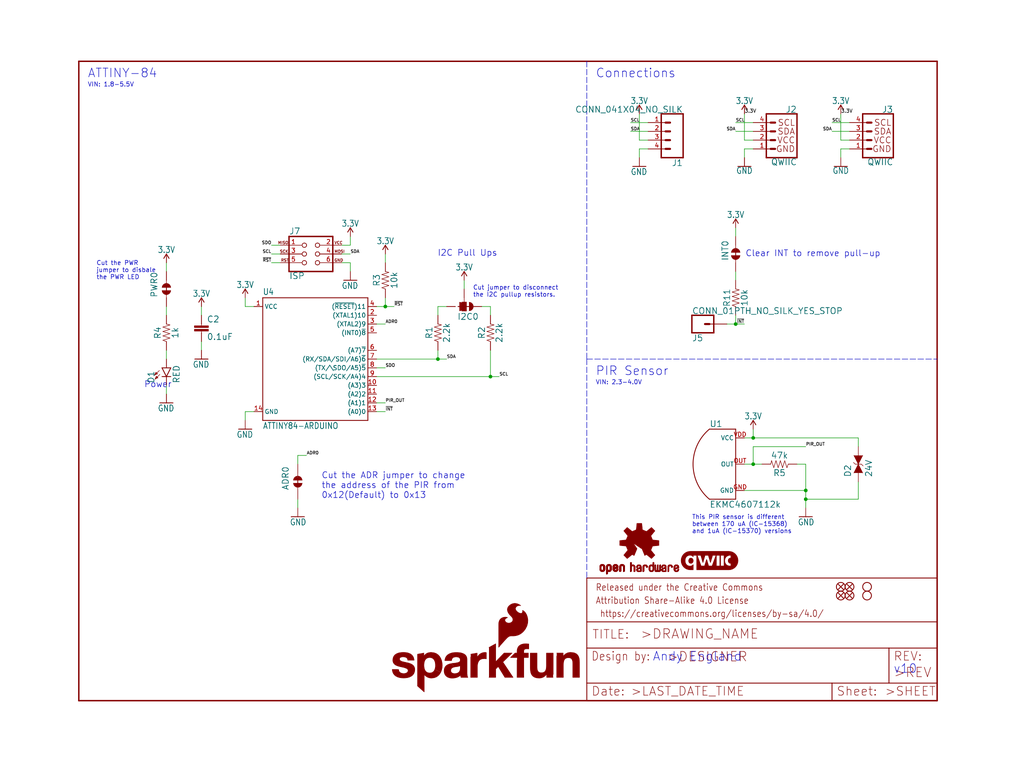
<source format=kicad_sch>
(kicad_sch (version 20211123) (generator eeschema)
  (paper "User" 297.002 223.926)
  (lib_symbols
    (symbol "schematicEagle-eagle-import:0.1UF-0603-25V-(+80{slash}-20%)"
      (property "Reference" "C" (at 1.524 2.921 0))
      (property "Value" "0.1UF-0603-25V-(+80{slash}-20%)" (at 1.524 -2.159 0))
      (symbol "0.1UF-0603-25V-(+80{slash}-20%)_1_0"
        (pin passive line (at 0 5.08 270) (length 2.54) (name "1") (number "1"))
        (pin passive line (at 0 -2.54 90) (length 2.54) (name "2") (number "2"))
      )
    )
    (symbol "schematicEagle-eagle-import:10KOHM-0603-1{slash}10W-1%"
      (property "Reference" "R" (at 0 1.524 0))
      (property "Value" "10KOHM-0603-1{slash}10W-1%" (at 0 -1.524 0))
      (symbol "10KOHM-0603-1{slash}10W-1%_1_0"
        (pin passive line (at -5.08 0 0) (length 2.54) (name "1") (number "1"))
        (pin passive line (at 5.08 0 180) (length 2.54) (name "2") (number "2"))
      )
    )
    (symbol "schematicEagle-eagle-import:1KOHM-0603-1{slash}10W-1%"
      (property "Reference" "R" (at 0 1.524 0))
      (property "Value" "1KOHM-0603-1{slash}10W-1%" (at 0 -1.524 0))
      (symbol "1KOHM-0603-1{slash}10W-1%_1_0"
        (pin passive line (at -5.08 0 0) (length 2.54) (name "1") (number "1"))
        (pin passive line (at 5.08 0 180) (length 2.54) (name "2") (number "2"))
      )
    )
    (symbol "schematicEagle-eagle-import:2.2KOHM-0603-1{slash}10W-1%"
      (property "Reference" "R" (at 0 1.524 0))
      (property "Value" "2.2KOHM-0603-1{slash}10W-1%" (at 0 -1.524 0))
      (symbol "2.2KOHM-0603-1{slash}10W-1%_1_0"
        (pin passive line (at -5.08 0 0) (length 2.54) (name "1") (number "1"))
        (pin passive line (at 5.08 0 180) (length 2.54) (name "2") (number "2"))
      )
    )
    (symbol "schematicEagle-eagle-import:3.3V" (power)
      (property "Value" "3.3V" (at 0 2.794 0))
      (symbol "3.3V_1_0"
        (pin power_in line (at 0 0 90) (length 2.54) (name "3.3V") (number "1"))
      )
    )
    (symbol "schematicEagle-eagle-import:47KOHM-0603-1{slash}10W-1%"
      (property "Reference" "R" (at 0 1.524 0))
      (property "Value" "47KOHM-0603-1{slash}10W-1%" (at 0 -1.524 0))
      (symbol "47KOHM-0603-1{slash}10W-1%_1_0"
        (pin passive line (at -5.08 0 0) (length 2.54) (name "1") (number "1"))
        (pin passive line (at 5.08 0 180) (length 2.54) (name "2") (number "2"))
      )
    )
    (symbol "schematicEagle-eagle-import:ATTINY84-ARDUINO"
      (property "Reference" "U" (at -15.24 18.542 0))
      (property "Value" "ATTINY84-ARDUINO" (at -15.24 -20.32 0))
      (symbol "ATTINY84-ARDUINO_1_0"
        (pin bidirectional line (at -17.78 15.24 0) (length 2.54) (name "VCC") (number "1"))
        (pin bidirectional line (at 17.78 -7.62 180) (length 2.54) (name "(A3)3") (number "10"))
        (pin bidirectional line (at 17.78 -10.16 180) (length 2.54) (name "(A2)2") (number "11"))
        (pin bidirectional line (at 17.78 -12.7 180) (length 2.54) (name "(A1)1") (number "12"))
        (pin bidirectional line (at 17.78 -15.24 180) (length 2.54) (name "(A0)0") (number "13"))
        (pin bidirectional line (at -17.78 -15.24 0) (length 2.54) (name "GND") (number "14"))
        (pin bidirectional line (at 17.78 12.7 180) (length 2.54) (name "(XTAL1)10") (number "2"))
        (pin bidirectional line (at 17.78 10.16 180) (length 2.54) (name "(XTAL2)9") (number "3"))
        (pin bidirectional line (at 17.78 15.24 180) (length 2.54) (name "(~{RESET})11") (number "4"))
        (pin bidirectional line (at 17.78 7.62 180) (length 2.54) (name "(INT0)~{8}") (number "5"))
        (pin bidirectional line (at 17.78 2.54 180) (length 2.54) (name "(A7)~{7}") (number "6"))
        (pin bidirectional line (at 17.78 0 180) (length 2.54) (name "(RX/SDA/SDI/A6)~{6}") (number "7"))
        (pin bidirectional line (at 17.78 -2.54 180) (length 2.54) (name "(TX/\\SDO/A5)~{5}") (number "8"))
        (pin bidirectional line (at 17.78 -5.08 180) (length 2.54) (name "(SCL/SCK/A4)4") (number "9"))
      )
    )
    (symbol "schematicEagle-eagle-import:AVR_SPI_PROG_3X2TESTPOINTS"
      (property "Reference" "J" (at -5.08 5.588 0))
      (property "Value" "AVR_SPI_PROG_3X2TESTPOINTS" (at -5.08 -7.366 0))
      (symbol "AVR_SPI_PROG_3X2TESTPOINTS_1_0"
        (text "GND" (at 8.001 -2.286 0) (effects (font (size 0.8128 0.8128)) (justify left bottom)))
        (text "MISO" (at -5.207 2.794 0) (effects (font (size 0.8128 0.8128)) (justify right bottom)))
        (text "MOSI" (at 8.001 0.254 0) (effects (font (size 0.8128 0.8128)) (justify left bottom)))
        (text "RST" (at -5.08 -2.286 0) (effects (font (size 0.8128 0.8128)) (justify right bottom)))
        (text "SCK" (at -5.207 0.254 0) (effects (font (size 0.8128 0.8128)) (justify right bottom)))
        (text "VCC" (at 8.001 2.794 0) (effects (font (size 0.8128 0.8128)) (justify left bottom)))
        (pin passive inverted (at -7.62 2.54 0) (length 7.62) (name "1") (number "1"))
        (pin passive inverted (at 10.16 2.54 180) (length 7.62) (name "2") (number "2"))
        (pin passive inverted (at -7.62 0 0) (length 7.62) (name "3") (number "3"))
        (pin passive inverted (at 10.16 0 180) (length 7.62) (name "4") (number "4"))
        (pin passive inverted (at -7.62 -2.54 0) (length 7.62) (name "5") (number "5"))
        (pin passive inverted (at 10.16 -2.54 180) (length 7.62) (name "6") (number "6"))
      )
    )
    (symbol "schematicEagle-eagle-import:CONN_01PTH_NO_SILK_YES_STOP"
      (property "Reference" "J" (at -2.54 3.048 0))
      (property "Value" "CONN_01PTH_NO_SILK_YES_STOP" (at -2.54 -4.826 0))
      (symbol "CONN_01PTH_NO_SILK_YES_STOP_1_0"
        (pin passive line (at 7.62 0 180) (length 5.08) (name "1") (number "1"))
      )
    )
    (symbol "schematicEagle-eagle-import:CONN_041X04_NO_SILK"
      (property "Reference" "J" (at -5.08 8.128 0))
      (property "Value" "CONN_041X04_NO_SILK" (at -5.08 -7.366 0))
      (symbol "CONN_041X04_NO_SILK_1_0"
        (pin passive line (at 5.08 -2.54 180) (length 5.08) (name "1") (number "1"))
        (pin passive line (at 5.08 0 180) (length 5.08) (name "2") (number "2"))
        (pin passive line (at 5.08 2.54 180) (length 5.08) (name "3") (number "3"))
        (pin passive line (at 5.08 5.08 180) (length 5.08) (name "4") (number "4"))
      )
    )
    (symbol "schematicEagle-eagle-import:DIODE_TVS"
      (property "Reference" "D" (at -3.81 2.032 0))
      (property "Value" "DIODE_TVS" (at -3.81 -2.032 0))
      (symbol "DIODE_TVS_1_0"
        (pin passive line (at -5.08 0 0) (length 0) (name "A") (number "1"))
        (pin passive line (at 5.08 0 180) (length 0) (name "C") (number "2"))
      )
    )
    (symbol "schematicEagle-eagle-import:FIDUCIALUFIDUCIAL")
    (symbol "schematicEagle-eagle-import:FRAME-LETTER"
      (symbol "FRAME-LETTER_2_0"
        (text " https://creativecommons.org/licenses/by-sa/4.0/" (at 2.54 24.13 0) (effects (font (size 1.9304 1.6408)) (justify left bottom)))
        (text ">DESIGNER" (at 23.114 11.176 0) (effects (font (size 2.7432 2.7432)) (justify left bottom)))
        (text ">DRAWING_NAME" (at 15.494 17.78 0) (effects (font (size 2.7432 2.7432)) (justify left bottom)))
        (text ">LAST_DATE_TIME" (at 12.7 1.27 0) (effects (font (size 2.54 2.54)) (justify left bottom)))
        (text ">REV" (at 88.9 6.604 0) (effects (font (size 2.7432 2.7432)) (justify left bottom)))
        (text ">SHEET" (at 86.36 1.27 0) (effects (font (size 2.54 2.54)) (justify left bottom)))
        (text "Attribution Share-Alike 4.0 License" (at 2.54 27.94 0) (effects (font (size 1.9304 1.6408)) (justify left bottom)))
        (text "Date:" (at 1.27 1.27 0) (effects (font (size 2.54 2.54)) (justify left bottom)))
        (text "Design by:" (at 1.27 11.43 0) (effects (font (size 2.54 2.159)) (justify left bottom)))
        (text "Released under the Creative Commons" (at 2.54 31.75 0) (effects (font (size 1.9304 1.6408)) (justify left bottom)))
        (text "REV:" (at 88.9 11.43 0) (effects (font (size 2.54 2.54)) (justify left bottom)))
        (text "Sheet:" (at 72.39 1.27 0) (effects (font (size 2.54 2.54)) (justify left bottom)))
        (text "TITLE:" (at 1.524 17.78 0) (effects (font (size 2.54 2.54)) (justify left bottom)))
      )
    )
    (symbol "schematicEagle-eagle-import:GND" (power)
      (property "Value" "GND" (at -2.54 -2.54 0))
      (symbol "GND_1_0"
        (pin power_in line (at 0 2.54 270) (length 2.54) (name "GND") (number "1"))
      )
    )
    (symbol "schematicEagle-eagle-import:JUMPER-SMT_2_NC_TRACE_SILK"
      (property "Reference" "JP" (at -2.54 2.54 0))
      (property "Value" "JUMPER-SMT_2_NC_TRACE_SILK" (at -2.54 -2.54 0))
      (symbol "JUMPER-SMT_2_NC_TRACE_SILK_1_0"
        (pin passive line (at -5.08 0 0) (length 2.54) (name "1") (number "1"))
        (pin passive line (at 5.08 0 180) (length 2.54) (name "2") (number "2"))
      )
    )
    (symbol "schematicEagle-eagle-import:JUMPER-SMT_3_2-NC_TRACE_SILK"
      (property "Reference" "JP" (at 2.54 0.381 0))
      (property "Value" "JUMPER-SMT_3_2-NC_TRACE_SILK" (at 2.54 -0.381 0))
      (symbol "JUMPER-SMT_3_2-NC_TRACE_SILK_1_0"
        (pin passive line (at 0 5.08 270) (length 2.54) (name "1") (number "1"))
        (pin passive line (at -5.08 0 0) (length 2.54) (name "2") (number "2"))
        (pin passive line (at 0 -5.08 90) (length 2.54) (name "3") (number "3"))
      )
    )
    (symbol "schematicEagle-eagle-import:LED-RED0603"
      (property "Reference" "D" (at -3.429 -4.572 90))
      (property "Value" "LED-RED0603" (at 1.905 -4.572 90))
      (symbol "LED-RED0603_1_0"
        (pin passive line (at 0 2.54 270) (length 2.54) (name "A") (number "A"))
        (pin passive line (at 0 -5.08 90) (length 2.54) (name "C") (number "C"))
      )
    )
    (symbol "schematicEagle-eagle-import:OSHW-LOGOMINI")
    (symbol "schematicEagle-eagle-import:PIR_EKM4607112K"
      (property "Reference" "U" (at -2.54 10.668 0))
      (property "Value" "PIR_EKM4607112K" (at -2.54 -12.7 0))
      (symbol "PIR_EKM4607112K_1_0"
        (pin bidirectional line (at 7.62 -7.62 180) (length 2.54) (name "GND") (number "GND"))
        (pin bidirectional line (at 7.62 0 180) (length 2.54) (name "OUT") (number "OUT"))
        (pin bidirectional line (at 7.62 7.62 180) (length 2.54) (name "VCC") (number "VDD"))
      )
    )
    (symbol "schematicEagle-eagle-import:QWIIC_CONNECTORJS-1MM"
      (property "Reference" "J" (at -5.08 7.874 0))
      (property "Value" "QWIIC_CONNECTORJS-1MM" (at -5.08 -5.334 0))
      (symbol "QWIIC_CONNECTORJS-1MM_1_0"
        (text "GND" (at -4.572 -2.54 0) (effects (font (size 1.778 1.778)) (justify left)))
        (text "SCL" (at -4.572 5.08 0) (effects (font (size 1.778 1.778)) (justify left)))
        (text "SDA" (at -4.572 2.54 0) (effects (font (size 1.778 1.778)) (justify left)))
        (text "VCC" (at -4.572 0 0) (effects (font (size 1.778 1.778)) (justify left)))
        (pin power_in line (at 7.62 -2.54 180) (length 5.08) (name "1") (number "1"))
        (pin power_in line (at 7.62 0 180) (length 5.08) (name "2") (number "2"))
        (pin passive line (at 7.62 2.54 180) (length 5.08) (name "3") (number "3"))
        (pin passive line (at 7.62 5.08 180) (length 5.08) (name "4") (number "4"))
      )
    )
    (symbol "schematicEagle-eagle-import:QWIIC_LOGO_5MM")
    (symbol "schematicEagle-eagle-import:SFE_LOGO_FLAME.1_INCH")
    (symbol "schematicEagle-eagle-import:SFE_LOGO_NAME.1_INCH")
    (symbol "schematicEagle-eagle-import:STAND-OFF")
    (symbol "schematicEagle-eagle-import:VCC" (power)
      (property "Value" "VCC" (at 0 2.794 0))
      (symbol "VCC_1_0"
        (pin power_in line (at 0 0 90) (length 2.54) (name "VCC") (number "1"))
      )
    )
  )
  (junction (at 233.68 142.24))
  (junction (at 218.44 134.62))
  (junction (at 127 104.14))
  (junction (at 218.44 127))
  (junction (at 233.68 144.78))
  (junction (at 111.76 88.9))
  (junction (at 213.36 93.98))
  (junction (at 142.24 109.22))
  (wire (pts (xy 81.28 73.66) (xy 78.74 73.66)))
  (wire (pts (xy 218.44 127) (xy 218.44 124.46)))
  (wire (pts (xy 109.22 116.84) (xy 111.76 116.84)))
  (wire (pts (xy 101.6 76.2) (xy 101.6 78.74)))
  (wire (pts (xy 109.22 119.38) (xy 111.76 119.38)))
  (wire (pts (xy 233.68 144.78) (xy 233.68 147.32)))
  (wire (pts (xy 111.76 76.2) (xy 111.76 73.66)))
  (wire (pts (xy 218.44 134.62) (xy 218.44 129.54)))
  (wire (pts (xy 218.44 35.56) (xy 213.36 35.56)))
  (wire (pts (xy 215.9 142.24) (xy 233.68 142.24)))
  (wire (pts (xy 142.24 88.9) (xy 142.24 91.44)))
  (polyline (pts (xy 170.18 104.14) (xy 170.18 167.64)))
  (wire (pts (xy 139.7 88.9) (xy 142.24 88.9)))
  (wire (pts (xy 243.84 40.64) (xy 246.38 40.64)))
  (wire (pts (xy 142.24 101.6) (xy 142.24 109.22)))
  (wire (pts (xy 86.36 132.08) (xy 88.9 132.08)))
  (wire (pts (xy 218.44 134.62) (xy 215.9 134.62)))
  (wire (pts (xy 213.36 91.44) (xy 213.36 93.98)))
  (wire (pts (xy 81.28 71.12) (xy 78.74 71.12)))
  (wire (pts (xy 246.38 43.18) (xy 243.84 43.18)))
  (wire (pts (xy 73.66 119.38) (xy 71.12 119.38)))
  (wire (pts (xy 218.44 129.54) (xy 233.68 129.54)))
  (wire (pts (xy 185.42 45.72) (xy 185.42 43.18)))
  (wire (pts (xy 218.44 127) (xy 248.92 127)))
  (wire (pts (xy 215.9 33.02) (xy 215.9 40.64)))
  (wire (pts (xy 48.26 76.2) (xy 48.26 78.74)))
  (wire (pts (xy 134.62 83.82) (xy 134.62 81.28)))
  (wire (pts (xy 215.9 40.64) (xy 218.44 40.64)))
  (wire (pts (xy 127 101.6) (xy 127 104.14)))
  (wire (pts (xy 218.44 38.1) (xy 213.36 38.1)))
  (polyline (pts (xy 170.18 17.78) (xy 170.18 104.14)))
  (wire (pts (xy 248.92 127) (xy 248.92 129.54)))
  (wire (pts (xy 187.96 38.1) (xy 182.88 38.1)))
  (wire (pts (xy 71.12 88.9) (xy 71.12 86.36)))
  (wire (pts (xy 213.36 78.74) (xy 213.36 81.28)))
  (wire (pts (xy 109.22 93.98) (xy 111.76 93.98)))
  (wire (pts (xy 215.9 43.18) (xy 215.9 45.72)))
  (wire (pts (xy 185.42 33.02) (xy 185.42 40.64)))
  (wire (pts (xy 109.22 104.14) (xy 127 104.14)))
  (wire (pts (xy 210.82 93.98) (xy 213.36 93.98)))
  (wire (pts (xy 243.84 43.18) (xy 243.84 45.72)))
  (wire (pts (xy 248.92 139.7) (xy 248.92 144.78)))
  (wire (pts (xy 109.22 109.22) (xy 142.24 109.22)))
  (wire (pts (xy 99.06 71.12) (xy 101.6 71.12)))
  (wire (pts (xy 71.12 119.38) (xy 71.12 121.92)))
  (wire (pts (xy 58.42 91.44) (xy 58.42 88.9)))
  (wire (pts (xy 187.96 43.18) (xy 185.42 43.18)))
  (wire (pts (xy 187.96 35.56) (xy 182.88 35.56)))
  (wire (pts (xy 86.36 144.78) (xy 86.36 147.32)))
  (wire (pts (xy 246.38 38.1) (xy 241.3 38.1)))
  (wire (pts (xy 213.36 66.04) (xy 213.36 68.58)))
  (wire (pts (xy 48.26 91.44) (xy 48.26 88.9)))
  (wire (pts (xy 73.66 88.9) (xy 71.12 88.9)))
  (wire (pts (xy 48.26 104.14) (xy 48.26 101.6)))
  (wire (pts (xy 99.06 73.66) (xy 101.6 73.66)))
  (wire (pts (xy 142.24 109.22) (xy 144.78 109.22)))
  (wire (pts (xy 111.76 88.9) (xy 111.76 86.36)))
  (wire (pts (xy 127 88.9) (xy 127 91.44)))
  (wire (pts (xy 215.9 127) (xy 218.44 127)))
  (wire (pts (xy 58.42 99.06) (xy 58.42 101.6)))
  (wire (pts (xy 233.68 134.62) (xy 231.14 134.62)))
  (wire (pts (xy 81.28 76.2) (xy 78.74 76.2)))
  (wire (pts (xy 86.36 134.62) (xy 86.36 132.08)))
  (wire (pts (xy 218.44 43.18) (xy 215.9 43.18)))
  (wire (pts (xy 129.54 88.9) (xy 127 88.9)))
  (wire (pts (xy 233.68 142.24) (xy 233.68 144.78)))
  (wire (pts (xy 99.06 76.2) (xy 101.6 76.2)))
  (polyline (pts (xy 170.18 104.14) (xy 271.78 104.14)))
  (wire (pts (xy 248.92 144.78) (xy 233.68 144.78)))
  (wire (pts (xy 109.22 106.68) (xy 111.76 106.68)))
  (wire (pts (xy 48.26 114.3) (xy 48.26 111.76)))
  (wire (pts (xy 127 104.14) (xy 129.54 104.14)))
  (wire (pts (xy 111.76 88.9) (xy 114.3 88.9)))
  (wire (pts (xy 220.98 134.62) (xy 218.44 134.62)))
  (wire (pts (xy 233.68 142.24) (xy 233.68 134.62)))
  (wire (pts (xy 246.38 35.56) (xy 241.3 35.56)))
  (wire (pts (xy 243.84 33.02) (xy 243.84 40.64)))
  (wire (pts (xy 109.22 88.9) (xy 111.76 88.9)))
  (wire (pts (xy 101.6 68.58) (xy 101.6 71.12)))
  (wire (pts (xy 187.96 40.64) (xy 185.42 40.64)))
  (wire (pts (xy 213.36 93.98) (xy 215.9 93.98)))
  (text "Clear INT to remove pull-up" (at 216.154 74.676 180) (effects (font (size 1.778 1.778)) (justify left bottom)))
  (text "VIN: 2.3-4.0V" (at 172.72 111.76 180) (effects (font (size 1.27 1.27)) (justify left bottom)))
  (text "v10" (at 259.08 195.58 180) (effects (font (size 2.54 2.54)) (justify left bottom)))
  (text "ATTINY-84" (at 25.4 22.86 180) (effects (font (size 2.54 2.54)) (justify left bottom)))
  (text "VIN: 1.8-5.5V" (at 25.4 25.4 180) (effects (font (size 1.27 1.27)) (justify left bottom)))
  (text "Andy England" (at 189.23 192.024 180) (effects (font (size 2.54 2.54)) (justify left bottom)))
  (text "Connections" (at 172.72 22.86 180) (effects (font (size 2.54 2.54)) (justify left bottom)))
  (text "PIR Sensor" (at 172.72 109.22 180) (effects (font (size 2.54 2.54)) (justify left bottom)))
  (text "Cut jumper to disconnect\nthe I2C pullup resistors." (at 137.16 86.36 0) (effects (font (size 1.27 1.27)) (justify left bottom)))
  (text "Cut the ADR jumper to change\nthe address of the PIR from\n0x12(Default) to 0x13" (at 93.218 144.78 0) (effects (font (size 1.778 1.778)) (justify left bottom)))
  (text "Cut the PWR\njumper to disbale\nthe PWR LED" (at 27.94 81.28 180) (effects (font (size 1.27 1.27)) (justify left bottom)))
  (text "Power" (at 41.783 112.649 180) (effects (font (size 1.778 1.778)) (justify left bottom)))
  (text "This PIR sensor is different\nbetween 170 uA (IC-15368)\nand 1uA (IC-15370) versions" (at 200.66 154.94 0) (effects (font (size 1.27 1.27)) (justify left bottom)))
  (text "I2C Pull Ups" (at 126.873 74.549 180) (effects (font (size 1.778 1.778)) (justify left bottom)))
  (label "PIR_OUT" (at 111.76 116.84 0) (effects (font (size 0.889 0.889))))
  (label "SCL" (at 213.36 35.56 0) (effects (font (size 0.889 0.889))))
  (label "SCL" (at 241.3 35.56 0) (effects (font (size 0.889 0.889))))
  (label "SCL" (at 78.74 73.66 180) (effects (font (size 0.889 0.889))))
  (label "3.3V" (at 215.9 33.02 0) (effects (font (size 1.016 1.016))))
  (label "SCL" (at 182.88 35.56 0) (effects (font (size 0.889 0.889))))
  (label "~{RST}" (at 114.3 88.9 0) (effects (font (size 0.889 0.889))))
  (label "ADR0" (at 88.9 132.08 0) (effects (font (size 0.889 0.889))))
  (label "SDO" (at 111.76 106.68 0) (effects (font (size 0.889 0.889))))
  (label "~{RST}" (at 78.74 76.2 180) (effects (font (size 0.889 0.889))))
  (label "3.3V" (at 243.84 33.02 0) (effects (font (size 1.016 1.016))))
  (label "SDA" (at 129.54 104.14 0) (effects (font (size 0.889 0.889))))
  (label "SDA" (at 101.6 73.66 0) (effects (font (size 0.889 0.889))))
  (label "SDA" (at 213.36 38.1 180) (effects (font (size 0.889 0.889))))
  (label "SDO" (at 78.74 71.12 180) (effects (font (size 0.889 0.889))))
  (label "PIR_OUT" (at 233.68 129.54 0) (effects (font (size 0.889 0.889))))
  (label "~{INT}" (at 111.76 119.38 0) (effects (font (size 0.889 0.889))))
  (label "~{INT}" (at 215.9 93.98 180) (effects (font (size 0.889 0.889))))
  (label "SDA" (at 241.3 38.1 180) (effects (font (size 0.889 0.889))))
  (label "SDA" (at 182.88 38.1 0) (effects (font (size 0.889 0.889))))
  (label "ADR0" (at 111.76 93.98 0) (effects (font (size 0.889 0.889))))
  (label "SCL" (at 144.78 109.22 0) (effects (font (size 0.889 0.889))))
  (symbol (lib_id "schematicEagle-eagle-import:SFE_LOGO_NAME.1_INCH") (at 111.76 200.66 0) (unit 1)
    (property "Reference" "LOGO3" (effects hide))
    (property "Value" "SFE_LOGO_NAME.1_INCH" (effects hide))
    (property "Footprint" "schematicEagle:SFE_LOGO_NAME_.1" (effects hide))
  )
  (symbol (lib_id "schematicEagle-eagle-import:3.3V") (at 218.44 124.46 0) (unit 1)
    (property "Reference" "#SUPPLY1" (effects hide))
    (property "Value" "3.3V" (at 218.44 121.666 0) (effects (font (size 1.778 1.5113)) (justify bottom)))
    (property "Footprint" "schematicEagle:" (effects hide))
  )
  (symbol (lib_id "schematicEagle-eagle-import:FRAME-LETTER") (at 22.86 203.2 0) (unit 1)
    (property "Reference" "FRAME1" (effects hide))
    (property "Value" "FRAME-LETTER" (effects hide))
    (property "Footprint" "schematicEagle:CREATIVE_COMMONS" (effects hide))
  )
  (symbol (lib_id "schematicEagle-eagle-import:GND") (at 71.12 124.46 0) (unit 1)
    (property "Reference" "#GND13" (effects hide))
    (property "Value" "GND" (at 68.58 127 0) (effects (font (size 1.778 1.5113)) (justify left bottom)))
    (property "Footprint" "schematicEagle:" (effects hide))
  )
  (symbol (lib_id "schematicEagle-eagle-import:DIODE_TVS") (at 248.92 134.62 90) (unit 1)
    (property "Reference" "D2" (at 246.888 138.43 0) (effects (font (size 1.778 1.778)) (justify left bottom)))
    (property "Value" "24V" (at 250.952 138.43 0) (effects (font (size 1.778 1.778)) (justify left top)))
    (property "Footprint" "schematicEagle:0603" (effects hide))
  )
  (symbol (lib_id "schematicEagle-eagle-import:3.3V") (at 71.12 86.36 0) (unit 1)
    (property "Reference" "#SUPPLY17" (effects hide))
    (property "Value" "3.3V" (at 71.12 83.566 0) (effects (font (size 1.778 1.5113)) (justify bottom)))
    (property "Footprint" "schematicEagle:" (effects hide))
  )
  (symbol (lib_id "schematicEagle-eagle-import:QWIIC_LOGO_5MM") (at 205.74 162.56 0) (unit 1)
    (property "Reference" "LOGO2" (effects hide))
    (property "Value" "QWIIC_LOGO_5MM" (effects hide))
    (property "Footprint" "schematicEagle:QWIIC_5MM" (effects hide))
  )
  (symbol (lib_id "schematicEagle-eagle-import:JUMPER-SMT_2_NC_TRACE_SILK") (at 48.26 83.82 90) (unit 1)
    (property "Reference" "PWR0" (at 45.72 86.36 0) (effects (font (size 1.778 1.778)) (justify left bottom)))
    (property "Value" "JUMPER-SMT_2_NC_TRACE_SILK" (effects hide))
    (property "Footprint" "schematicEagle:SMT-JUMPER_2_NC_TRACE_SILK" (effects hide))
  )
  (symbol (lib_id "schematicEagle-eagle-import:3.3V") (at 213.36 66.04 0) (unit 1)
    (property "Reference" "#SUPPLY5" (effects hide))
    (property "Value" "3.3V" (at 213.36 63.246 0) (effects (font (size 1.778 1.5113)) (justify bottom)))
    (property "Footprint" "schematicEagle:" (effects hide))
  )
  (symbol (lib_id "schematicEagle-eagle-import:OSHW-LOGOMINI") (at 185.42 157.48 0) (unit 1)
    (property "Reference" "LOGO1" (effects hide))
    (property "Value" "OSHW-LOGOMINI" (effects hide))
    (property "Footprint" "schematicEagle:OSHW-LOGO-MINI" (effects hide))
  )
  (symbol (lib_id "schematicEagle-eagle-import:AVR_SPI_PROG_3X2TESTPOINTS") (at 88.9 73.66 0) (unit 1)
    (property "Reference" "J7" (at 83.82 68.072 0) (effects (font (size 1.778 1.778)) (justify left bottom)))
    (property "Value" "ISP" (at 83.82 81.026 0) (effects (font (size 1.778 1.778)) (justify left bottom)))
    (property "Footprint" "schematicEagle:2X3_TEST_POINTS" (effects hide))
  )
  (symbol (lib_id "schematicEagle-eagle-import:10KOHM-0603-1{slash}10W-1%") (at 111.76 81.28 90) (unit 1)
    (property "Reference" "R3" (at 110.236 81.28 0) (effects (font (size 1.778 1.778)) (justify bottom)))
    (property "Value" "10k" (at 113.284 81.28 0) (effects (font (size 1.778 1.778)) (justify top)))
    (property "Footprint" "schematicEagle:0603" (effects hide))
  )
  (symbol (lib_id "schematicEagle-eagle-import:GND") (at 86.36 149.86 0) (mirror y) (unit 1)
    (property "Reference" "#GND12" (effects hide))
    (property "Value" "GND" (at 88.9 152.4 0) (effects (font (size 1.778 1.5113)) (justify left bottom)))
    (property "Footprint" "schematicEagle:" (effects hide))
  )
  (symbol (lib_id "schematicEagle-eagle-import:3.3V") (at 58.42 88.9 0) (unit 1)
    (property "Reference" "#SUPPLY2" (effects hide))
    (property "Value" "3.3V" (at 58.42 86.106 0) (effects (font (size 1.778 1.5113)) (justify bottom)))
    (property "Footprint" "schematicEagle:" (effects hide))
  )
  (symbol (lib_id "schematicEagle-eagle-import:FRAME-LETTER") (at 170.18 203.2 0) (unit 2)
    (property "Reference" "FRAME1" (effects hide))
    (property "Value" "FRAME-LETTER" (effects hide))
    (property "Footprint" "schematicEagle:CREATIVE_COMMONS" (effects hide))
  )
  (symbol (lib_id "schematicEagle-eagle-import:3.3V") (at 134.62 81.28 0) (unit 1)
    (property "Reference" "#SUPPLY15" (effects hide))
    (property "Value" "3.3V" (at 134.62 78.486 0) (effects (font (size 1.778 1.5113)) (justify bottom)))
    (property "Footprint" "schematicEagle:" (effects hide))
  )
  (symbol (lib_id "schematicEagle-eagle-import:2.2KOHM-0603-1{slash}10W-1%") (at 127 96.52 90) (unit 1)
    (property "Reference" "R1" (at 125.476 96.52 0) (effects (font (size 1.778 1.778)) (justify bottom)))
    (property "Value" "2.2k" (at 128.524 96.52 0) (effects (font (size 1.778 1.778)) (justify top)))
    (property "Footprint" "schematicEagle:0603" (effects hide))
  )
  (symbol (lib_id "schematicEagle-eagle-import:47KOHM-0603-1{slash}10W-1%") (at 226.06 134.62 180) (unit 1)
    (property "Reference" "R5" (at 226.06 136.144 0) (effects (font (size 1.778 1.778)) (justify bottom)))
    (property "Value" "47k" (at 226.06 133.096 0) (effects (font (size 1.778 1.778)) (justify top)))
    (property "Footprint" "schematicEagle:0603" (effects hide))
  )
  (symbol (lib_id "schematicEagle-eagle-import:GND") (at 215.9 48.26 0) (unit 1)
    (property "Reference" "#GND4" (effects hide))
    (property "Value" "GND" (at 215.9 48.514 0) (effects (font (size 1.778 1.5113)) (justify top)))
    (property "Footprint" "schematicEagle:" (effects hide))
  )
  (symbol (lib_id "schematicEagle-eagle-import:QWIIC_CONNECTORJS-1MM") (at 254 40.64 0) (mirror y) (unit 1)
    (property "Reference" "J3" (at 259.08 32.766 0) (effects (font (size 1.778 1.778)) (justify left bottom)))
    (property "Value" "QWIIC" (at 251.46 48.006 0) (effects (font (size 1.778 1.778)) (justify right bottom)))
    (property "Footprint" "schematicEagle:JST04_1MM_RA" (effects hide))
  )
  (symbol (lib_id "schematicEagle-eagle-import:10KOHM-0603-1{slash}10W-1%") (at 213.36 86.36 90) (unit 1)
    (property "Reference" "R11" (at 211.836 86.36 0) (effects (font (size 1.778 1.778)) (justify bottom)))
    (property "Value" "10k" (at 214.884 86.36 0) (effects (font (size 1.778 1.778)) (justify top)))
    (property "Footprint" "schematicEagle:0603" (effects hide))
  )
  (symbol (lib_id "schematicEagle-eagle-import:JUMPER-SMT_3_2-NC_TRACE_SILK") (at 134.62 88.9 270) (unit 1)
    (property "Reference" "I2C0" (at 132.588 92.837 90) (effects (font (size 1.778 1.778)) (justify left bottom)))
    (property "Value" "JUMPER-SMT_3_2-NC_TRACE_SILK" (effects hide))
    (property "Footprint" "schematicEagle:SMT-JUMPER_3_2-NC_TRACE_SILK" (effects hide))
  )
  (symbol (lib_id "schematicEagle-eagle-import:GND") (at 101.6 81.28 0) (unit 1)
    (property "Reference" "#GND14" (effects hide))
    (property "Value" "GND" (at 99.06 83.82 0) (effects (font (size 1.778 1.5113)) (justify left bottom)))
    (property "Footprint" "schematicEagle:" (effects hide))
  )
  (symbol (lib_id "schematicEagle-eagle-import:VCC") (at 215.9 33.02 0) (unit 1)
    (property "Reference" "#SUPPLY6" (effects hide))
    (property "Value" "3.3V" (at 215.9 30.226 0) (effects (font (size 1.778 1.5113)) (justify bottom)))
    (property "Footprint" "schematicEagle:" (effects hide))
  )
  (symbol (lib_id "schematicEagle-eagle-import:3.3V") (at 111.76 73.66 0) (unit 1)
    (property "Reference" "#SUPPLY18" (effects hide))
    (property "Value" "3.3V" (at 111.76 70.866 0) (effects (font (size 1.778 1.5113)) (justify bottom)))
    (property "Footprint" "schematicEagle:" (effects hide))
  )
  (symbol (lib_id "schematicEagle-eagle-import:0.1UF-0603-25V-(+80{slash}-20%)") (at 58.42 96.52 0) (unit 1)
    (property "Reference" "C2" (at 59.944 93.599 0) (effects (font (size 1.778 1.778)) (justify left bottom)))
    (property "Value" "0.1uF" (at 59.944 98.679 0) (effects (font (size 1.778 1.778)) (justify left bottom)))
    (property "Footprint" "schematicEagle:0603" (effects hide))
  )
  (symbol (lib_id "schematicEagle-eagle-import:2.2KOHM-0603-1{slash}10W-1%") (at 142.24 96.52 90) (unit 1)
    (property "Reference" "R2" (at 140.716 96.52 0) (effects (font (size 1.778 1.778)) (justify bottom)))
    (property "Value" "2.2k" (at 143.764 96.52 0) (effects (font (size 1.778 1.778)) (justify top)))
    (property "Footprint" "schematicEagle:0603" (effects hide))
  )
  (symbol (lib_id "schematicEagle-eagle-import:STAND-OFF") (at 251.46 172.72 0) (unit 1)
    (property "Reference" "H2" (effects hide))
    (property "Value" "STAND-OFF" (effects hide))
    (property "Footprint" "schematicEagle:STAND-OFF" (effects hide))
  )
  (symbol (lib_id "schematicEagle-eagle-import:GND") (at 185.42 48.26 0) (unit 1)
    (property "Reference" "#GND8" (effects hide))
    (property "Value" "GND" (at 182.88 50.8 0) (effects (font (size 1.778 1.5113)) (justify left bottom)))
    (property "Footprint" "schematicEagle:" (effects hide))
  )
  (symbol (lib_id "schematicEagle-eagle-import:GND") (at 233.68 149.86 0) (mirror y) (unit 1)
    (property "Reference" "#GND2" (effects hide))
    (property "Value" "GND" (at 236.22 152.4 0) (effects (font (size 1.778 1.5113)) (justify left bottom)))
    (property "Footprint" "schematicEagle:" (effects hide))
  )
  (symbol (lib_id "schematicEagle-eagle-import:FIDUCIALUFIDUCIAL") (at 246.38 172.72 0) (unit 1)
    (property "Reference" "JP9" (effects hide))
    (property "Value" "FIDUCIALUFIDUCIAL" (effects hide))
    (property "Footprint" "schematicEagle:MICRO-FIDUCIAL" (effects hide))
  )
  (symbol (lib_id "schematicEagle-eagle-import:GND") (at 48.26 116.84 0) (unit 1)
    (property "Reference" "#GND10" (effects hide))
    (property "Value" "GND" (at 45.72 119.38 0) (effects (font (size 1.778 1.5113)) (justify left bottom)))
    (property "Footprint" "schematicEagle:" (effects hide))
  )
  (symbol (lib_id "schematicEagle-eagle-import:VCC") (at 243.84 33.02 0) (unit 1)
    (property "Reference" "#SUPPLY7" (effects hide))
    (property "Value" "3.3V" (at 243.84 30.226 0) (effects (font (size 1.778 1.5113)) (justify bottom)))
    (property "Footprint" "schematicEagle:" (effects hide))
  )
  (symbol (lib_id "schematicEagle-eagle-import:LED-RED0603") (at 48.26 106.68 0) (unit 1)
    (property "Reference" "D1" (at 44.831 111.252 90) (effects (font (size 1.778 1.778)) (justify left bottom)))
    (property "Value" "RED" (at 50.165 111.252 90) (effects (font (size 1.778 1.778)) (justify left top)))
    (property "Footprint" "schematicEagle:LED-0603" (effects hide))
  )
  (symbol (lib_id "schematicEagle-eagle-import:3.3V") (at 48.26 76.2 0) (unit 1)
    (property "Reference" "#SUPPLY3" (effects hide))
    (property "Value" "3.3V" (at 48.26 73.406 0) (effects (font (size 1.778 1.5113)) (justify bottom)))
    (property "Footprint" "schematicEagle:" (effects hide))
  )
  (symbol (lib_id "schematicEagle-eagle-import:CONN_041X04_NO_SILK") (at 193.04 38.1 180) (unit 1)
    (property "Reference" "J1" (at 198.12 46.228 0) (effects (font (size 1.778 1.778)) (justify left bottom)))
    (property "Value" "CONN_041X04_NO_SILK" (at 198.12 30.734 0) (effects (font (size 1.778 1.778)) (justify left bottom)))
    (property "Footprint" "schematicEagle:1X04_NO_SILK" (effects hide))
  )
  (symbol (lib_id "schematicEagle-eagle-import:QWIIC_CONNECTORJS-1MM") (at 226.06 40.64 0) (mirror y) (unit 1)
    (property "Reference" "J2" (at 231.14 32.766 0) (effects (font (size 1.778 1.778)) (justify left bottom)))
    (property "Value" "QWIIC" (at 223.52 48.006 0) (effects (font (size 1.778 1.778)) (justify right bottom)))
    (property "Footprint" "schematicEagle:JST04_1MM_RA" (effects hide))
  )
  (symbol (lib_id "schematicEagle-eagle-import:ATTINY84-ARDUINO") (at 91.44 104.14 0) (unit 1)
    (property "Reference" "U4" (at 76.2 85.598 0) (effects (font (size 1.778 1.5113)) (justify left bottom)))
    (property "Value" "ATTINY84-ARDUINO" (at 76.2 124.46 0) (effects (font (size 1.778 1.5113)) (justify left bottom)))
    (property "Footprint" "schematicEagle:SO14" (effects hide))
  )
  (symbol (lib_id "schematicEagle-eagle-import:1KOHM-0603-1{slash}10W-1%") (at 48.26 96.52 90) (unit 1)
    (property "Reference" "R4" (at 46.736 96.52 0) (effects (font (size 1.778 1.778)) (justify bottom)))
    (property "Value" "1k" (at 49.784 96.52 0) (effects (font (size 1.778 1.778)) (justify top)))
    (property "Footprint" "schematicEagle:0603" (effects hide))
  )
  (symbol (lib_id "schematicEagle-eagle-import:3.3V") (at 185.42 33.02 0) (unit 1)
    (property "Reference" "#SUPPLY12" (effects hide))
    (property "Value" "3.3V" (at 185.42 30.226 0) (effects (font (size 1.778 1.5113)) (justify bottom)))
    (property "Footprint" "schematicEagle:" (effects hide))
  )
  (symbol (lib_id "schematicEagle-eagle-import:PIR_EKM4607112K") (at 208.28 134.62 0) (unit 1)
    (property "Reference" "U1" (at 205.74 123.952 0) (effects (font (size 1.778 1.778)) (justify left bottom)))
    (property "Value" "EKMC4607112k" (at 205.74 147.32 0) (effects (font (size 1.778 1.778)) (justify left bottom)))
    (property "Footprint" "schematicEagle:TO-3" (effects hide))
  )
  (symbol (lib_id "schematicEagle-eagle-import:JUMPER-SMT_2_NC_TRACE_SILK") (at 86.36 139.7 90) (unit 1)
    (property "Reference" "ADR0" (at 83.82 142.24 0) (effects (font (size 1.778 1.778)) (justify left bottom)))
    (property "Value" "JUMPER-SMT_2_NC_TRACE_SILK" (effects hide))
    (property "Footprint" "schematicEagle:SMT-JUMPER_2_NC_TRACE_SILK" (effects hide))
  )
  (symbol (lib_id "schematicEagle-eagle-import:GND") (at 58.42 104.14 0) (unit 1)
    (property "Reference" "#GND7" (effects hide))
    (property "Value" "GND" (at 55.88 106.68 0) (effects (font (size 1.778 1.5113)) (justify left bottom)))
    (property "Footprint" "schematicEagle:" (effects hide))
  )
  (symbol (lib_id "schematicEagle-eagle-import:FIDUCIALUFIDUCIAL") (at 243.84 170.18 0) (unit 1)
    (property "Reference" "JP2" (effects hide))
    (property "Value" "FIDUCIALUFIDUCIAL" (effects hide))
    (property "Footprint" "schematicEagle:MICRO-FIDUCIAL" (effects hide))
  )
  (symbol (lib_id "schematicEagle-eagle-import:JUMPER-SMT_2_NC_TRACE_SILK") (at 213.36 73.66 90) (unit 1)
    (property "Reference" "INT0" (at 211.328 75.692 0) (effects (font (size 1.778 1.778)) (justify left bottom)))
    (property "Value" "JUMPER-SMT_2_NC_TRACE_SILK" (effects hide))
    (property "Footprint" "schematicEagle:SMT-JUMPER_2_NC_TRACE_SILK" (effects hide))
  )
  (symbol (lib_id "schematicEagle-eagle-import:FIDUCIALUFIDUCIAL") (at 246.38 170.18 0) (unit 1)
    (property "Reference" "JP6" (effects hide))
    (property "Value" "FIDUCIALUFIDUCIAL" (effects hide))
    (property "Footprint" "schematicEagle:MICRO-FIDUCIAL" (effects hide))
  )
  (symbol (lib_id "schematicEagle-eagle-import:STAND-OFF") (at 251.46 170.18 0) (unit 1)
    (property "Reference" "H1" (effects hide))
    (property "Value" "STAND-OFF" (effects hide))
    (property "Footprint" "schematicEagle:STAND-OFF" (effects hide))
  )
  (symbol (lib_id "schematicEagle-eagle-import:CONN_01PTH_NO_SILK_YES_STOP") (at 203.2 93.98 0) (mirror x) (unit 1)
    (property "Reference" "J5" (at 200.66 97.028 0) (effects (font (size 1.778 1.778)) (justify left bottom)))
    (property "Value" "CONN_01PTH_NO_SILK_YES_STOP" (at 200.66 89.154 0) (effects (font (size 1.778 1.778)) (justify left bottom)))
    (property "Footprint" "schematicEagle:1X01_NO_SILK" (effects hide))
  )
  (symbol (lib_id "schematicEagle-eagle-import:3.3V") (at 101.6 68.58 0) (unit 1)
    (property "Reference" "#SUPPLY19" (effects hide))
    (property "Value" "3.3V" (at 101.6 65.786 0) (effects (font (size 1.778 1.5113)) (justify bottom)))
    (property "Footprint" "schematicEagle:" (effects hide))
  )
  (symbol (lib_id "schematicEagle-eagle-import:GND") (at 243.84 48.26 0) (unit 1)
    (property "Reference" "#GND6" (effects hide))
    (property "Value" "GND" (at 243.84 48.514 0) (effects (font (size 1.778 1.5113)) (justify top)))
    (property "Footprint" "schematicEagle:" (effects hide))
  )
  (symbol (lib_id "schematicEagle-eagle-import:SFE_LOGO_FLAME.1_INCH") (at 144.272 188.214 0) (unit 1)
    (property "Reference" "LOGO4" (effects hide))
    (property "Value" "SFE_LOGO_FLAME.1_INCH" (effects hide))
    (property "Footprint" "schematicEagle:SFE_LOGO_FLAME_.1" (effects hide))
  )
  (symbol (lib_id "schematicEagle-eagle-import:FIDUCIALUFIDUCIAL") (at 243.84 172.72 0) (unit 1)
    (property "Reference" "JP8" (effects hide))
    (property "Value" "FIDUCIALUFIDUCIAL" (effects hide))
    (property "Footprint" "schematicEagle:MICRO-FIDUCIAL" (effects hide))
  )
)
</source>
